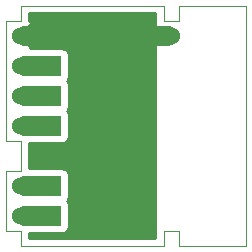
<source format=gbr>
%TF.GenerationSoftware,KiCad,Pcbnew,(5.1.9)-1*%
%TF.CreationDate,2021-05-27T15:02:39+02:00*%
%TF.ProjectId,15_XCAN,31355f58-4341-44e2-9e6b-696361645f70,rev?*%
%TF.SameCoordinates,Original*%
%TF.FileFunction,Copper,L2,Bot*%
%TF.FilePolarity,Positive*%
%FSLAX46Y46*%
G04 Gerber Fmt 4.6, Leading zero omitted, Abs format (unit mm)*
G04 Created by KiCad (PCBNEW (5.1.9)-1) date 2021-05-27 15:02:39*
%MOMM*%
%LPD*%
G01*
G04 APERTURE LIST*
%TA.AperFunction,Profile*%
%ADD10C,0.050000*%
%TD*%
%TA.AperFunction,ComponentPad*%
%ADD11C,1.524000*%
%TD*%
%TA.AperFunction,ComponentPad*%
%ADD12C,0.100000*%
%TD*%
%TA.AperFunction,ViaPad*%
%ADD13C,1.000000*%
%TD*%
%TA.AperFunction,Conductor*%
%ADD14C,0.400000*%
%TD*%
%TA.AperFunction,Conductor*%
%ADD15C,0.254000*%
%TD*%
%TA.AperFunction,Conductor*%
%ADD16C,0.100000*%
%TD*%
G04 APERTURE END LIST*
D10*
X114935000Y-60960000D02*
X120650000Y-60960000D01*
X114935000Y-62230000D02*
X114935000Y-60960000D01*
X113665000Y-62230000D02*
X114935000Y-62230000D01*
X113665000Y-60960000D02*
X113665000Y-62230000D01*
X114935000Y-81280000D02*
X120650000Y-81280000D01*
X114935000Y-80010000D02*
X114935000Y-81280000D01*
X113665000Y-80010000D02*
X114935000Y-80010000D01*
X113665000Y-81280000D02*
X113665000Y-80010000D01*
X101600000Y-62230000D02*
X101600000Y-60960000D01*
X100330000Y-62230000D02*
X101600000Y-62230000D01*
X100330000Y-64770000D02*
X100330000Y-62230000D01*
X100330000Y-72390000D02*
X100330000Y-67310000D01*
X101600000Y-72390000D02*
X100330000Y-72390000D01*
X101600000Y-74930000D02*
X101600000Y-72390000D01*
X100330000Y-74930000D02*
X101600000Y-74930000D01*
X120650000Y-60960000D02*
X120650000Y-81280000D01*
X101600000Y-60960000D02*
X113665000Y-60960000D01*
X101600000Y-80010000D02*
X101600000Y-81280000D01*
X100330000Y-80010000D02*
X101600000Y-80010000D01*
X100330000Y-64770000D02*
X100330000Y-67310000D01*
X113665000Y-81280000D02*
X101600000Y-81280000D01*
X100330000Y-80010000D02*
X100330000Y-74930000D01*
D11*
%TO.P,J4,1*%
%TO.N,CAN_RX*%
X101600000Y-68580000D03*
%TA.AperFunction,ComponentPad*%
D12*
G36*
X101928132Y-69429917D02*
G01*
X101845251Y-69424703D01*
X101763275Y-69411425D01*
X101682986Y-69390212D01*
X101605149Y-69361265D01*
X101530509Y-69324861D01*
X101459778Y-69281346D01*
X101393631Y-69231138D01*
X101332698Y-69174714D01*
X101277563Y-69112613D01*
X101228750Y-69045429D01*
X101186727Y-68973802D01*
X101151894Y-68898416D01*
X101124583Y-68819990D01*
X101105056Y-68739274D01*
X101093498Y-68657038D01*
X101090021Y-68574066D01*
X101094656Y-68491151D01*
X101107361Y-68409084D01*
X101128013Y-68328648D01*
X101156416Y-68250612D01*
X101192299Y-68175719D01*
X101235318Y-68104686D01*
X101285064Y-68038190D01*
X101341061Y-67976865D01*
X101402775Y-67921297D01*
X101469617Y-67872017D01*
X101540949Y-67829495D01*
X101616090Y-67794136D01*
X101694323Y-67766278D01*
X101774901Y-67746188D01*
X101857055Y-67734057D01*
X101940000Y-67730000D01*
X104990000Y-67730000D01*
X104990000Y-69430000D01*
X101940000Y-69430000D01*
X101928132Y-69429917D01*
G37*
%TD.AperFunction*%
%TD*%
D11*
%TO.P,J1,1*%
%TO.N,GND*%
X101600000Y-63500000D03*
%TA.AperFunction,ComponentPad*%
D12*
G36*
X101928132Y-64349917D02*
G01*
X101845251Y-64344703D01*
X101763275Y-64331425D01*
X101682986Y-64310212D01*
X101605149Y-64281265D01*
X101530509Y-64244861D01*
X101459778Y-64201346D01*
X101393631Y-64151138D01*
X101332698Y-64094714D01*
X101277563Y-64032613D01*
X101228750Y-63965429D01*
X101186727Y-63893802D01*
X101151894Y-63818416D01*
X101124583Y-63739990D01*
X101105056Y-63659274D01*
X101093498Y-63577038D01*
X101090021Y-63494066D01*
X101094656Y-63411151D01*
X101107361Y-63329084D01*
X101128013Y-63248648D01*
X101156416Y-63170612D01*
X101192299Y-63095719D01*
X101235318Y-63024686D01*
X101285064Y-62958190D01*
X101341061Y-62896865D01*
X101402775Y-62841297D01*
X101469617Y-62792017D01*
X101540949Y-62749495D01*
X101616090Y-62714136D01*
X101694323Y-62686278D01*
X101774901Y-62666188D01*
X101857055Y-62654057D01*
X101940000Y-62650000D01*
X104990000Y-62650000D01*
X104990000Y-64350000D01*
X101940000Y-64350000D01*
X101928132Y-64349917D01*
G37*
%TD.AperFunction*%
%TD*%
D11*
%TO.P,J2,1*%
%TO.N,5V*%
X101600000Y-66040000D03*
%TA.AperFunction,ComponentPad*%
D12*
G36*
X101928132Y-66889917D02*
G01*
X101845251Y-66884703D01*
X101763275Y-66871425D01*
X101682986Y-66850212D01*
X101605149Y-66821265D01*
X101530509Y-66784861D01*
X101459778Y-66741346D01*
X101393631Y-66691138D01*
X101332698Y-66634714D01*
X101277563Y-66572613D01*
X101228750Y-66505429D01*
X101186727Y-66433802D01*
X101151894Y-66358416D01*
X101124583Y-66279990D01*
X101105056Y-66199274D01*
X101093498Y-66117038D01*
X101090021Y-66034066D01*
X101094656Y-65951151D01*
X101107361Y-65869084D01*
X101128013Y-65788648D01*
X101156416Y-65710612D01*
X101192299Y-65635719D01*
X101235318Y-65564686D01*
X101285064Y-65498190D01*
X101341061Y-65436865D01*
X101402775Y-65381297D01*
X101469617Y-65332017D01*
X101540949Y-65289495D01*
X101616090Y-65254136D01*
X101694323Y-65226278D01*
X101774901Y-65206188D01*
X101857055Y-65194057D01*
X101940000Y-65190000D01*
X104990000Y-65190000D01*
X104990000Y-66890000D01*
X101940000Y-66890000D01*
X101928132Y-66889917D01*
G37*
%TD.AperFunction*%
%TD*%
D11*
%TO.P,J3,1*%
%TO.N,CAN_TX*%
X101600000Y-71120000D03*
%TA.AperFunction,ComponentPad*%
D12*
G36*
X101928132Y-71969917D02*
G01*
X101845251Y-71964703D01*
X101763275Y-71951425D01*
X101682986Y-71930212D01*
X101605149Y-71901265D01*
X101530509Y-71864861D01*
X101459778Y-71821346D01*
X101393631Y-71771138D01*
X101332698Y-71714714D01*
X101277563Y-71652613D01*
X101228750Y-71585429D01*
X101186727Y-71513802D01*
X101151894Y-71438416D01*
X101124583Y-71359990D01*
X101105056Y-71279274D01*
X101093498Y-71197038D01*
X101090021Y-71114066D01*
X101094656Y-71031151D01*
X101107361Y-70949084D01*
X101128013Y-70868648D01*
X101156416Y-70790612D01*
X101192299Y-70715719D01*
X101235318Y-70644686D01*
X101285064Y-70578190D01*
X101341061Y-70516865D01*
X101402775Y-70461297D01*
X101469617Y-70412017D01*
X101540949Y-70369495D01*
X101616090Y-70334136D01*
X101694323Y-70306278D01*
X101774901Y-70286188D01*
X101857055Y-70274057D01*
X101940000Y-70270000D01*
X104990000Y-70270000D01*
X104990000Y-71970000D01*
X101940000Y-71970000D01*
X101928132Y-71969917D01*
G37*
%TD.AperFunction*%
%TD*%
D11*
%TO.P,J5,1*%
%TO.N,CAN_H*%
X101600000Y-78740000D03*
%TA.AperFunction,ComponentPad*%
D12*
G36*
X101928132Y-79589917D02*
G01*
X101845251Y-79584703D01*
X101763275Y-79571425D01*
X101682986Y-79550212D01*
X101605149Y-79521265D01*
X101530509Y-79484861D01*
X101459778Y-79441346D01*
X101393631Y-79391138D01*
X101332698Y-79334714D01*
X101277563Y-79272613D01*
X101228750Y-79205429D01*
X101186727Y-79133802D01*
X101151894Y-79058416D01*
X101124583Y-78979990D01*
X101105056Y-78899274D01*
X101093498Y-78817038D01*
X101090021Y-78734066D01*
X101094656Y-78651151D01*
X101107361Y-78569084D01*
X101128013Y-78488648D01*
X101156416Y-78410612D01*
X101192299Y-78335719D01*
X101235318Y-78264686D01*
X101285064Y-78198190D01*
X101341061Y-78136865D01*
X101402775Y-78081297D01*
X101469617Y-78032017D01*
X101540949Y-77989495D01*
X101616090Y-77954136D01*
X101694323Y-77926278D01*
X101774901Y-77906188D01*
X101857055Y-77894057D01*
X101940000Y-77890000D01*
X104990000Y-77890000D01*
X104990000Y-79590000D01*
X101940000Y-79590000D01*
X101928132Y-79589917D01*
G37*
%TD.AperFunction*%
%TD*%
D11*
%TO.P,J6,1*%
%TO.N,CAN_L*%
X101600000Y-76200000D03*
%TA.AperFunction,ComponentPad*%
D12*
G36*
X101928132Y-77049917D02*
G01*
X101845251Y-77044703D01*
X101763275Y-77031425D01*
X101682986Y-77010212D01*
X101605149Y-76981265D01*
X101530509Y-76944861D01*
X101459778Y-76901346D01*
X101393631Y-76851138D01*
X101332698Y-76794714D01*
X101277563Y-76732613D01*
X101228750Y-76665429D01*
X101186727Y-76593802D01*
X101151894Y-76518416D01*
X101124583Y-76439990D01*
X101105056Y-76359274D01*
X101093498Y-76277038D01*
X101090021Y-76194066D01*
X101094656Y-76111151D01*
X101107361Y-76029084D01*
X101128013Y-75948648D01*
X101156416Y-75870612D01*
X101192299Y-75795719D01*
X101235318Y-75724686D01*
X101285064Y-75658190D01*
X101341061Y-75596865D01*
X101402775Y-75541297D01*
X101469617Y-75492017D01*
X101540949Y-75449495D01*
X101616090Y-75414136D01*
X101694323Y-75386278D01*
X101774901Y-75366188D01*
X101857055Y-75354057D01*
X101940000Y-75350000D01*
X104990000Y-75350000D01*
X104990000Y-77050000D01*
X101940000Y-77050000D01*
X101928132Y-77049917D01*
G37*
%TD.AperFunction*%
%TD*%
D11*
%TO.P,J7,1*%
%TO.N,GND*%
X114300000Y-63500000D03*
%TA.AperFunction,ComponentPad*%
D12*
G36*
X113971868Y-62650083D02*
G01*
X114054749Y-62655297D01*
X114136725Y-62668575D01*
X114217014Y-62689788D01*
X114294851Y-62718735D01*
X114369491Y-62755139D01*
X114440222Y-62798654D01*
X114506369Y-62848862D01*
X114567302Y-62905286D01*
X114622437Y-62967387D01*
X114671250Y-63034571D01*
X114713273Y-63106198D01*
X114748106Y-63181584D01*
X114775417Y-63260010D01*
X114794944Y-63340726D01*
X114806502Y-63422962D01*
X114809979Y-63505934D01*
X114805344Y-63588849D01*
X114792639Y-63670916D01*
X114771987Y-63751352D01*
X114743584Y-63829388D01*
X114707701Y-63904281D01*
X114664682Y-63975314D01*
X114614936Y-64041810D01*
X114558939Y-64103135D01*
X114497225Y-64158703D01*
X114430383Y-64207983D01*
X114359051Y-64250505D01*
X114283910Y-64285864D01*
X114205677Y-64313722D01*
X114125099Y-64333812D01*
X114042945Y-64345943D01*
X113960000Y-64350000D01*
X110910000Y-64350000D01*
X110910000Y-62650000D01*
X113960000Y-62650000D01*
X113971868Y-62650083D01*
G37*
%TD.AperFunction*%
%TD*%
D13*
%TO.N,GND*%
X106680000Y-62230000D03*
X109220000Y-62230000D03*
X106680000Y-80010000D03*
X109220000Y-80010000D03*
X111760000Y-80010000D03*
%TD*%
D14*
%TO.N,GND*%
X109220000Y-62230000D02*
X109220000Y-80010000D01*
%TD*%
D15*
%TO.N,GND*%
X112903000Y-63467286D02*
X112898090Y-63572017D01*
X112903000Y-63604614D01*
X112903000Y-80620000D01*
X102260000Y-80620000D01*
X102260000Y-80228072D01*
X104990000Y-80228072D01*
X105114482Y-80215812D01*
X105234180Y-80179502D01*
X105344494Y-80120537D01*
X105441185Y-80041185D01*
X105520537Y-79944494D01*
X105579502Y-79834180D01*
X105615812Y-79714482D01*
X105628072Y-79590000D01*
X105628072Y-77890000D01*
X105615812Y-77765518D01*
X105579502Y-77645820D01*
X105520537Y-77535506D01*
X105466778Y-77470000D01*
X105520537Y-77404494D01*
X105579502Y-77294180D01*
X105615812Y-77174482D01*
X105628072Y-77050000D01*
X105628072Y-75350000D01*
X105615812Y-75225518D01*
X105579502Y-75105820D01*
X105520537Y-74995506D01*
X105441185Y-74898815D01*
X105344494Y-74819463D01*
X105234180Y-74760498D01*
X105114482Y-74724188D01*
X104990000Y-74711928D01*
X102260000Y-74711928D01*
X102260000Y-72608072D01*
X104990000Y-72608072D01*
X105114482Y-72595812D01*
X105234180Y-72559502D01*
X105344494Y-72500537D01*
X105441185Y-72421185D01*
X105520537Y-72324494D01*
X105579502Y-72214180D01*
X105615812Y-72094482D01*
X105628072Y-71970000D01*
X105628072Y-70270000D01*
X105615812Y-70145518D01*
X105579502Y-70025820D01*
X105520537Y-69915506D01*
X105466778Y-69850000D01*
X105520537Y-69784494D01*
X105579502Y-69674180D01*
X105615812Y-69554482D01*
X105628072Y-69430000D01*
X105628072Y-67730000D01*
X105615812Y-67605518D01*
X105579502Y-67485820D01*
X105520537Y-67375506D01*
X105466778Y-67310000D01*
X105520537Y-67244494D01*
X105579502Y-67134180D01*
X105615812Y-67014482D01*
X105628072Y-66890000D01*
X105628072Y-65190000D01*
X105615812Y-65065518D01*
X105579502Y-64945820D01*
X105520537Y-64835506D01*
X105441185Y-64738815D01*
X105344494Y-64659463D01*
X105234180Y-64600498D01*
X105114482Y-64564188D01*
X104990000Y-64551928D01*
X102361867Y-64551928D01*
X102385960Y-64465565D01*
X101600000Y-63679605D01*
X101585858Y-63693748D01*
X101406253Y-63514143D01*
X101420395Y-63500000D01*
X101779605Y-63500000D01*
X102565565Y-64285960D01*
X102805656Y-64218980D01*
X102922756Y-63969952D01*
X102989023Y-63702865D01*
X103001910Y-63427983D01*
X102960922Y-63155867D01*
X102867636Y-62896977D01*
X102805656Y-62781020D01*
X102565565Y-62714040D01*
X101779605Y-63500000D01*
X101420395Y-63500000D01*
X101406253Y-63485858D01*
X101585858Y-63306253D01*
X101600000Y-63320395D01*
X102385960Y-62534435D01*
X102318980Y-62294344D01*
X102259606Y-62266424D01*
X102263193Y-62230000D01*
X102260000Y-62197581D01*
X102260000Y-61620000D01*
X112903000Y-61620000D01*
X112903000Y-63467286D01*
%TA.AperFunction,Conductor*%
D16*
G36*
X112903000Y-63467286D02*
G01*
X112898090Y-63572017D01*
X112903000Y-63604614D01*
X112903000Y-80620000D01*
X102260000Y-80620000D01*
X102260000Y-80228072D01*
X104990000Y-80228072D01*
X105114482Y-80215812D01*
X105234180Y-80179502D01*
X105344494Y-80120537D01*
X105441185Y-80041185D01*
X105520537Y-79944494D01*
X105579502Y-79834180D01*
X105615812Y-79714482D01*
X105628072Y-79590000D01*
X105628072Y-77890000D01*
X105615812Y-77765518D01*
X105579502Y-77645820D01*
X105520537Y-77535506D01*
X105466778Y-77470000D01*
X105520537Y-77404494D01*
X105579502Y-77294180D01*
X105615812Y-77174482D01*
X105628072Y-77050000D01*
X105628072Y-75350000D01*
X105615812Y-75225518D01*
X105579502Y-75105820D01*
X105520537Y-74995506D01*
X105441185Y-74898815D01*
X105344494Y-74819463D01*
X105234180Y-74760498D01*
X105114482Y-74724188D01*
X104990000Y-74711928D01*
X102260000Y-74711928D01*
X102260000Y-72608072D01*
X104990000Y-72608072D01*
X105114482Y-72595812D01*
X105234180Y-72559502D01*
X105344494Y-72500537D01*
X105441185Y-72421185D01*
X105520537Y-72324494D01*
X105579502Y-72214180D01*
X105615812Y-72094482D01*
X105628072Y-71970000D01*
X105628072Y-70270000D01*
X105615812Y-70145518D01*
X105579502Y-70025820D01*
X105520537Y-69915506D01*
X105466778Y-69850000D01*
X105520537Y-69784494D01*
X105579502Y-69674180D01*
X105615812Y-69554482D01*
X105628072Y-69430000D01*
X105628072Y-67730000D01*
X105615812Y-67605518D01*
X105579502Y-67485820D01*
X105520537Y-67375506D01*
X105466778Y-67310000D01*
X105520537Y-67244494D01*
X105579502Y-67134180D01*
X105615812Y-67014482D01*
X105628072Y-66890000D01*
X105628072Y-65190000D01*
X105615812Y-65065518D01*
X105579502Y-64945820D01*
X105520537Y-64835506D01*
X105441185Y-64738815D01*
X105344494Y-64659463D01*
X105234180Y-64600498D01*
X105114482Y-64564188D01*
X104990000Y-64551928D01*
X102361867Y-64551928D01*
X102385960Y-64465565D01*
X101600000Y-63679605D01*
X101585858Y-63693748D01*
X101406253Y-63514143D01*
X101420395Y-63500000D01*
X101779605Y-63500000D01*
X102565565Y-64285960D01*
X102805656Y-64218980D01*
X102922756Y-63969952D01*
X102989023Y-63702865D01*
X103001910Y-63427983D01*
X102960922Y-63155867D01*
X102867636Y-62896977D01*
X102805656Y-62781020D01*
X102565565Y-62714040D01*
X101779605Y-63500000D01*
X101420395Y-63500000D01*
X101406253Y-63485858D01*
X101585858Y-63306253D01*
X101600000Y-63320395D01*
X102385960Y-62534435D01*
X102318980Y-62294344D01*
X102259606Y-62266424D01*
X102263193Y-62230000D01*
X102260000Y-62197581D01*
X102260000Y-61620000D01*
X112903000Y-61620000D01*
X112903000Y-63467286D01*
G37*
%TD.AperFunction*%
%TD*%
M02*

</source>
